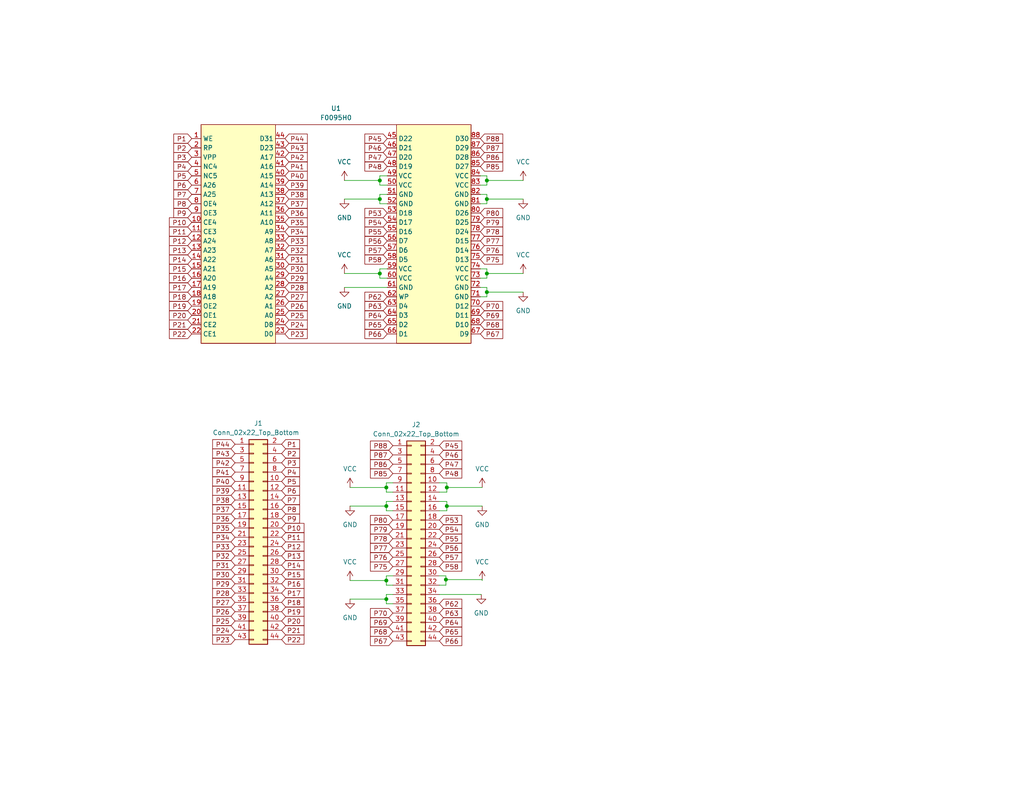
<source format=kicad_sch>
(kicad_sch (version 20230121) (generator eeschema)
  (paper "USLetter")
  (title_block (title "NeoGeo 161in1 Daughterboard") (date "${REV}") (rev "${REV}"))
  (lib_symbols
    (symbol "Connector_Generic:Conn_02x22_Odd_Even" (pin_names (offset 1.016) hide)
      (property "Reference" "J" (at 1.27 27.94 0))
      (property "Value" "Conn_02x22_Odd_Even" (at 1.27 -30.48 0))
      (symbol "Conn_02x22_Odd_Even_1_1"
        (rectangle (start -1.27 -27.813) (end 0 -28.067) (stroke (width 0.1524)))
        (rectangle (start -1.27 -25.273) (end 0 -25.527) (stroke (width 0.1524)))
        (rectangle (start -1.27 -22.733) (end 0 -22.987) (stroke (width 0.1524)))
        (rectangle (start -1.27 -20.193) (end 0 -20.447) (stroke (width 0.1524)))
        (rectangle (start -1.27 -17.653) (end 0 -17.907) (stroke (width 0.1524)))
        (rectangle (start -1.27 -15.113) (end 0 -15.367) (stroke (width 0.1524)))
        (rectangle (start -1.27 -12.573) (end 0 -12.827) (stroke (width 0.1524)))
        (rectangle (start -1.27 -10.033) (end 0 -10.287) (stroke (width 0.1524)))
        (rectangle (start -1.27 -7.493) (end 0 -7.747) (stroke (width 0.1524)))
        (rectangle (start -1.27 -4.953) (end 0 -5.207) (stroke (width 0.1524)))
        (rectangle (start -1.27 -2.413) (end 0 -2.667) (stroke (width 0.1524)))
        (rectangle (start -1.27 0.127) (end 0 -0.127) (stroke (width 0.1524)))
        (rectangle (start -1.27 2.667) (end 0 2.413) (stroke (width 0.1524)))
        (rectangle (start -1.27 5.207) (end 0 4.953) (stroke (width 0.1524)))
        (rectangle (start -1.27 7.747) (end 0 7.493) (stroke (width 0.1524)))
        (rectangle (start -1.27 10.287) (end 0 10.033) (stroke (width 0.1524)))
        (rectangle (start -1.27 12.827) (end 0 12.573) (stroke (width 0.1524)))
        (rectangle (start -1.27 15.367) (end 0 15.113) (stroke (width 0.1524)))
        (rectangle (start -1.27 17.907) (end 0 17.653) (stroke (width 0.1524)))
        (rectangle (start -1.27 20.447) (end 0 20.193) (stroke (width 0.1524)))
        (rectangle (start -1.27 22.987) (end 0 22.733) (stroke (width 0.1524)))
        (rectangle (start -1.27 25.527) (end 0 25.273) (stroke (width 0.1524)))
        (rectangle (start -1.27 26.67) (end 3.81 -29.21) (stroke (width 0.254)) (fill (type background)))
        (rectangle (start 3.81 -27.813) (end 2.54 -28.067) (stroke (width 0.1524)))
        (rectangle (start 3.81 -25.273) (end 2.54 -25.527) (stroke (width 0.1524)))
        (rectangle (start 3.81 -22.733) (end 2.54 -22.987) (stroke (width 0.1524)))
        (rectangle (start 3.81 -20.193) (end 2.54 -20.447) (stroke (width 0.1524)))
        (rectangle (start 3.81 -17.653) (end 2.54 -17.907) (stroke (width 0.1524)))
        (rectangle (start 3.81 -15.113) (end 2.54 -15.367) (stroke (width 0.1524)))
        (rectangle (start 3.81 -12.573) (end 2.54 -12.827) (stroke (width 0.1524)))
        (rectangle (start 3.81 -10.033) (end 2.54 -10.287) (stroke (width 0.1524)))
        (rectangle (start 3.81 -7.493) (end 2.54 -7.747) (stroke (width 0.1524)))
        (rectangle (start 3.81 -4.953) (end 2.54 -5.207) (stroke (width 0.1524)))
        (rectangle (start 3.81 -2.413) (end 2.54 -2.667) (stroke (width 0.1524)))
        (rectangle (start 3.81 0.127) (end 2.54 -0.127) (stroke (width 0.1524)))
        (rectangle (start 3.81 2.667) (end 2.54 2.413) (stroke (width 0.1524)))
        (rectangle (start 3.81 5.207) (end 2.54 4.953) (stroke (width 0.1524)))
        (rectangle (start 3.81 7.747) (end 2.54 7.493) (stroke (width 0.1524)))
        (rectangle (start 3.81 10.287) (end 2.54 10.033) (stroke (width 0.1524)))
        (rectangle (start 3.81 12.827) (end 2.54 12.573) (stroke (width 0.1524)))
        (rectangle (start 3.81 15.367) (end 2.54 15.113) (stroke (width 0.1524)))
        (rectangle (start 3.81 17.907) (end 2.54 17.653) (stroke (width 0.1524)))
        (rectangle (start 3.81 20.447) (end 2.54 20.193) (stroke (width 0.1524)))
        (rectangle (start 3.81 22.987) (end 2.54 22.733) (stroke (width 0.1524)))
        (rectangle (start 3.81 25.527) (end 2.54 25.273) (stroke (width 0.1524)))
        (pin passive line (at -5.08 25.4 0) (length 3.81) (name "Pin_1") (number "1"))
        (pin passive line (at 7.62 15.24 180) (length 3.81) (name "Pin_10") (number "10"))
        (pin passive line (at -5.08 12.7 0) (length 3.81) (name "Pin_11") (number "11"))
        (pin passive line (at 7.62 12.7 180) (length 3.81) (name "Pin_12") (number "12"))
        (pin passive line (at -5.08 10.16 0) (length 3.81) (name "Pin_13") (number "13"))
        (pin passive line (at 7.62 10.16 180) (length 3.81) (name "Pin_14") (number "14"))
        (pin passive line (at -5.08 7.62 0) (length 3.81) (name "Pin_15") (number "15"))
        (pin passive line (at 7.62 7.62 180) (length 3.81) (name "Pin_16") (number "16"))
        (pin passive line (at -5.08 5.08 0) (length 3.81) (name "Pin_17") (number "17"))
        (pin passive line (at 7.62 5.08 180) (length 3.81) (name "Pin_18") (number "18"))
        (pin passive line (at -5.08 2.54 0) (length 3.81) (name "Pin_19") (number "19"))
        (pin passive line (at 7.62 25.4 180) (length 3.81) (name "Pin_2") (number "2"))
        (pin passive line (at 7.62 2.54 180) (length 3.81) (name "Pin_20") (number "20"))
        (pin passive line (at -5.08 0 0) (length 3.81) (name "Pin_21") (number "21"))
        (pin passive line (at 7.62 0 180) (length 3.81) (name "Pin_22") (number "22"))
        (pin passive line (at -5.08 -2.54 0) (length 3.81) (name "Pin_23") (number "23"))
        (pin passive line (at 7.62 -2.54 180) (length 3.81) (name "Pin_24") (number "24"))
        (pin passive line (at -5.08 -5.08 0) (length 3.81) (name "Pin_25") (number "25"))
        (pin passive line (at 7.62 -5.08 180) (length 3.81) (name "Pin_26") (number "26"))
        (pin passive line (at -5.08 -7.62 0) (length 3.81) (name "Pin_27") (number "27"))
        (pin passive line (at 7.62 -7.62 180) (length 3.81) (name "Pin_28") (number "28"))
        (pin passive line (at -5.08 -10.16 0) (length 3.81) (name "Pin_29") (number "29"))
        (pin passive line (at -5.08 22.86 0) (length 3.81) (name "Pin_3") (number "3"))
        (pin passive line (at 7.62 -10.16 180) (length 3.81) (name "Pin_30") (number "30"))
        (pin passive line (at -5.08 -12.7 0) (length 3.81) (name "Pin_31") (number "31"))
        (pin passive line (at 7.62 -12.7 180) (length 3.81) (name "Pin_32") (number "32"))
        (pin passive line (at -5.08 -15.24 0) (length 3.81) (name "Pin_33") (number "33"))
        (pin passive line (at 7.62 -15.24 180) (length 3.81) (name "Pin_34") (number "34"))
        (pin passive line (at -5.08 -17.78 0) (length 3.81) (name "Pin_35") (number "35"))
        (pin passive line (at 7.62 -17.78 180) (length 3.81) (name "Pin_36") (number "36"))
        (pin passive line (at -5.08 -20.32 0) (length 3.81) (name "Pin_37") (number "37"))
        (pin passive line (at 7.62 -20.32 180) (length 3.81) (name "Pin_38") (number "38"))
        (pin passive line (at -5.08 -22.86 0) (length 3.81) (name "Pin_39") (number "39"))
        (pin passive line (at 7.62 22.86 180) (length 3.81) (name "Pin_4") (number "4"))
        (pin passive line (at 7.62 -22.86 180) (length 3.81) (name "Pin_40") (number "40"))
        (pin passive line (at -5.08 -25.4 0) (length 3.81) (name "Pin_41") (number "41"))
        (pin passive line (at 7.62 -25.4 180) (length 3.81) (name "Pin_42") (number "42"))
        (pin passive line (at -5.08 -27.94 0) (length 3.81) (name "Pin_43") (number "43"))
        (pin passive line (at 7.62 -27.94 180) (length 3.81) (name "Pin_44") (number "44"))
        (pin passive line (at -5.08 20.32 0) (length 3.81) (name "Pin_5") (number "5"))
        (pin passive line (at 7.62 20.32 180) (length 3.81) (name "Pin_6") (number "6"))
        (pin passive line (at -5.08 17.78 0) (length 3.81) (name "Pin_7") (number "7"))
        (pin passive line (at 7.62 17.78 180) (length 3.81) (name "Pin_8") (number "8"))
        (pin passive line (at -5.08 15.24 0) (length 3.81) (name "Pin_9") (number "9"))
      )
    )
    (symbol "neogeo-161in1-daughterboard:F0095H0"
      (property "Reference" "U" (at 0 34.29 0))
      (property "Value" "F0095H0" (at 0 31.75 0))
      (symbol "F0095H0_0_0"
        (pin input line (at -39.37 26.67 0) (length 2.54) (name "WE") (number "1"))
        (pin input line (at -39.37 3.81 0) (length 2.54) (name "CE4") (number "10"))
        (pin input line (at -39.37 1.27 0) (length 2.54) (name "CE3") (number "11"))
        (pin input line (at -39.37 -1.27 0) (length 2.54) (name "A24") (number "12"))
        (pin input line (at -39.37 -3.81 0) (length 2.54) (name "A23") (number "13"))
        (pin input line (at -39.37 -6.35 0) (length 2.54) (name "A22") (number "14"))
        (pin input line (at -39.37 -8.89 0) (length 2.54) (name "A21") (number "15"))
        (pin input line (at -39.37 -11.43 0) (length 2.54) (name "A20") (number "16"))
        (pin input line (at -39.37 -13.97 0) (length 2.54) (name "A19") (number "17"))
        (pin input line (at -39.37 -16.51 0) (length 2.54) (name "A18") (number "18"))
        (pin input line (at -39.37 -19.05 0) (length 2.54) (name "OE2") (number "19"))
        (pin input line (at -39.37 24.13 0) (length 2.54) (name "RP") (number "2"))
        (pin input line (at -39.37 -21.59 0) (length 2.54) (name "OE1") (number "20"))
        (pin input line (at -39.37 -24.13 0) (length 2.54) (name "CE2") (number "21"))
        (pin input line (at -39.37 -26.67 0) (length 2.54) (name "CE1") (number "22"))
        (pin input line (at -13.97 -26.67 180) (length 2.54) (name "D0") (number "23"))
        (pin input line (at -13.97 -24.13 180) (length 2.54) (name "D8") (number "24"))
        (pin input line (at -13.97 -21.59 180) (length 2.54) (name "A0") (number "25"))
        (pin input line (at -13.97 -19.05 180) (length 2.54) (name "A1") (number "26"))
        (pin input line (at -13.97 -16.51 180) (length 2.54) (name "A2") (number "27"))
        (pin input line (at -13.97 -13.97 180) (length 2.54) (name "A2") (number "28"))
        (pin input line (at -13.97 -11.43 180) (length 2.54) (name "A4") (number "29"))
        (pin input line (at -39.37 21.59 0) (length 2.54) (name "VPP") (number "3"))
        (pin input line (at -13.97 -8.89 180) (length 2.54) (name "A5") (number "30"))
        (pin input line (at -13.97 -6.35 180) (length 2.54) (name "A6") (number "31"))
        (pin input line (at -13.97 -3.81 180) (length 2.54) (name "A7") (number "32"))
        (pin input line (at -13.97 -1.27 180) (length 2.54) (name "A8") (number "33"))
        (pin input line (at -13.97 1.27 180) (length 2.54) (name "A9") (number "34"))
        (pin input line (at -13.97 3.81 180) (length 2.54) (name "A10") (number "35"))
        (pin input line (at -13.97 6.35 180) (length 2.54) (name "A11") (number "36"))
        (pin input line (at -13.97 8.89 180) (length 2.54) (name "A12") (number "37"))
        (pin input line (at -13.97 11.43 180) (length 2.54) (name "A13") (number "38"))
        (pin input line (at -13.97 13.97 180) (length 2.54) (name "A14") (number "39"))
        (pin input line (at -13.97 16.51 180) (length 2.54) (name "A15") (number "40"))
        (pin input line (at -13.97 19.05 180) (length 2.54) (name "A16") (number "41"))
        (pin input line (at -13.97 21.59 180) (length 2.54) (name "A17") (number "42"))
        (pin bidirectional line (at -13.97 24.13 180) (length 2.54) (name "D23") (number "43"))
        (pin bidirectional line (at -13.97 26.67 180) (length 2.54) (name "D31") (number "44"))
        (pin bidirectional line (at 13.97 26.67 0) (length 2.54) (name "D22") (number "45"))
        (pin bidirectional line (at 13.97 24.13 0) (length 2.54) (name "D21") (number "46"))
        (pin bidirectional line (at 13.97 21.59 0) (length 2.54) (name "D20") (number "47"))
        (pin bidirectional line (at 13.97 19.05 0) (length 2.54) (name "D19") (number "48"))
        (pin power_in line (at 13.97 16.51 0) (length 2.54) (name "VCC") (number "49"))
        (pin power_in line (at 13.97 13.97 0) (length 2.54) (name "VCC") (number "50"))
        (pin power_in line (at 13.97 11.43 0) (length 2.54) (name "GND") (number "51"))
        (pin power_in line (at 13.97 8.89 0) (length 2.54) (name "GND") (number "52"))
        (pin bidirectional line (at 13.97 6.35 0) (length 2.54) (name "D18") (number "53"))
        (pin bidirectional line (at 13.97 3.81 0) (length 2.54) (name "D17") (number "54"))
        (pin bidirectional line (at 13.97 1.27 0) (length 2.54) (name "D16") (number "55"))
        (pin bidirectional line (at 13.97 -1.27 0) (length 2.54) (name "D7") (number "56"))
        (pin bidirectional line (at 13.97 -3.81 0) (length 2.54) (name "D6") (number "57"))
        (pin bidirectional line (at 13.97 -6.35 0) (length 2.54) (name "D5") (number "58"))
        (pin power_in line (at 13.97 -8.89 0) (length 2.54) (name "VCC") (number "59"))
        (pin input line (at -39.37 13.97 0) (length 2.54) (name "A26") (number "6"))
        (pin power_in line (at 13.97 -11.43 0) (length 2.54) (name "VCC") (number "60"))
        (pin power_in line (at 13.97 -13.97 0) (length 2.54) (name "GND") (number "61"))
        (pin input line (at 13.97 -16.51 0) (length 2.54) (name "WP") (number "62"))
        (pin bidirectional line (at 13.97 -19.05 0) (length 2.54) (name "D4") (number "63"))
        (pin bidirectional line (at 13.97 -21.59 0) (length 2.54) (name "D3") (number "64"))
        (pin bidirectional line (at 13.97 -24.13 0) (length 2.54) (name "D2") (number "65"))
        (pin bidirectional line (at 13.97 -26.67 0) (length 2.54) (name "D1") (number "66"))
        (pin bidirectional line (at 39.37 -26.67 180) (length 2.54) (name "D9") (number "67"))
        (pin bidirectional line (at 39.37 -24.13 180) (length 2.54) (name "D10") (number "68"))
        (pin bidirectional line (at 39.37 -21.59 180) (length 2.54) (name "D11") (number "69"))
        (pin input line (at -39.37 11.43 0) (length 2.54) (name "A25") (number "7"))
        (pin bidirectional line (at 39.37 -19.05 180) (length 2.54) (name "D12") (number "70"))
        (pin power_in line (at 39.37 -16.51 180) (length 2.54) (name "GND") (number "71"))
        (pin power_in line (at 39.37 -13.97 180) (length 2.54) (name "GND") (number "72"))
        (pin power_in line (at 39.37 -11.43 180) (length 2.54) (name "VCC") (number "73"))
        (pin power_in line (at 39.37 -8.89 180) (length 2.54) (name "VCC") (number "74"))
        (pin bidirectional line (at 39.37 -6.35 180) (length 2.54) (name "D13") (number "75"))
        (pin bidirectional line (at 39.37 -3.81 180) (length 2.54) (name "D14") (number "76"))
        (pin bidirectional line (at 39.37 -1.27 180) (length 2.54) (name "D15") (number "77"))
        (pin bidirectional line (at 39.37 1.27 180) (length 2.54) (name "D24") (number "78"))
        (pin bidirectional line (at 39.37 3.81 180) (length 2.54) (name "D25") (number "79"))
        (pin input line (at -39.37 8.89 0) (length 2.54) (name "OE4") (number "8"))
        (pin bidirectional line (at 39.37 6.35 180) (length 2.54) (name "D26") (number "80"))
        (pin power_in line (at 39.37 8.89 180) (length 2.54) (name "GND") (number "81"))
        (pin power_in line (at 39.37 11.43 180) (length 2.54) (name "GND") (number "82"))
        (pin power_in line (at 39.37 13.97 180) (length 2.54) (name "VCC") (number "83"))
        (pin power_in line (at 39.37 16.51 180) (length 2.54) (name "VCC") (number "84"))
        (pin bidirectional line (at 39.37 19.05 180) (length 2.54) (name "D27") (number "85"))
        (pin bidirectional line (at 39.37 21.59 180) (length 2.54) (name "D28") (number "86"))
        (pin bidirectional line (at 39.37 24.13 180) (length 2.54) (name "D29") (number "87"))
        (pin bidirectional line (at 39.37 26.67 180) (length 2.54) (name "D30") (number "88"))
        (pin input line (at -39.37 6.35 0) (length 2.54) (name "OE3") (number "9"))
      )
      (symbol "F0095H0_1_0"
        (pin passive line (at -39.37 19.05 0) (length 2.54) (name "NC4") (number "4"))
        (pin passive line (at -39.37 16.51 0) (length 2.54) (name "NC5") (number "5"))
      )
      (symbol "F0095H0_1_1"
        (rectangle (start -36.83 30.48) (end -16.51 -29.21) (fill (type background)))
        (rectangle (start -36.83 30.48) (end 36.83 -29.21))
        (rectangle (start 16.51 30.48) (end 36.83 -29.21) (fill (type background)))
      )
    )
    (symbol "power:GND" (power) (pin_names (offset 0))
      (property "Value" "GND" (at 0 -3.81 0))
      (symbol "GND_0_1"
        (polyline (pts (xy 0 0) (xy 0 -1.27) (xy 1.27 -1.27) (xy 0 -2.54) (xy -1.27 -1.27) (xy 0 -1.27)))
      )
      (symbol "GND_1_1"
        (pin power_in line (at 0 0 270) (length 0) hide (name "GND") (number "1"))
      )
    )
    (symbol "power:VCC" (power) (pin_names (offset 0))
      (property "Value" "VCC" (at 0 3.81 0))
      (symbol "VCC_0_1"
        (polyline (pts (xy -0.762 1.27) (xy 0 2.54)))
        (polyline (pts (xy 0 0) (xy 0 2.54)))
        (polyline (pts (xy 0 2.54) (xy 0.762 1.27)))
      )
      (symbol "VCC_1_1"
        (pin power_in line (at 0 0 90) (length 0) hide (name "VCC") (number "1"))
      )
    )
  )
  (junction (at 105.41 158.496))
  (junction (at 121.92 133.096))
  (junction (at 105.41 163.576))
  (junction (at 105.41 138.176))
  (junction (at 103.632 74.676))
  (junction (at 132.842 74.676))
  (junction (at 132.842 49.276))
  (junction (at 121.666 158.242))
  (junction (at 132.842 79.756))
  (junction (at 121.92 138.176))
  (junction (at 103.632 54.356))
  (junction (at 105.41 133.096))
  (junction (at 132.842 54.356))
  (junction (at 103.632 49.276))
  (wire (pts (xy 132.842 75.946) (xy 131.064 75.946)))
  (wire (pts (xy 121.92 136.906) (xy 119.888 136.906)))
  (wire (pts (xy 103.632 53.086) (xy 105.664 53.086)))
  (wire (pts (xy 105.41 157.226) (xy 107.188 157.226)))
  (wire (pts (xy 142.748 54.356) (xy 132.842 54.356)))
  (wire (pts (xy 132.842 74.676) (xy 132.842 75.946)))
  (wire (pts (xy 105.41 157.226) (xy 105.41 158.496)))
  (wire (pts (xy 103.632 73.406) (xy 103.632 74.676)))
  (wire (pts (xy 132.842 55.626) (xy 131.064 55.626)))
  (wire (pts (xy 95.504 138.176) (xy 105.41 138.176)))
  (wire (pts (xy 132.842 49.276) (xy 132.842 50.546)))
  (wire (pts (xy 105.41 159.766) (xy 107.188 159.766)))
  (wire (pts (xy 121.666 157.226) (xy 121.666 158.242)))
  (wire (pts (xy 132.842 53.086) (xy 132.842 54.356)))
  (wire (pts (xy 103.632 75.946) (xy 105.664 75.946)))
  (wire (pts (xy 121.666 158.242) (xy 121.666 159.766)))
  (wire (pts (xy 103.632 49.276) (xy 103.632 50.546)))
  (wire (pts (xy 103.632 55.626) (xy 105.664 55.626)))
  (wire (pts (xy 121.92 138.176) (xy 121.92 139.446)))
  (wire (pts (xy 105.41 131.826) (xy 105.41 133.096)))
  (wire (pts (xy 131.318 162.306) (xy 119.888 162.306)))
  (wire (pts (xy 121.92 133.096) (xy 121.92 134.366)))
  (wire (pts (xy 103.632 54.356) (xy 103.632 55.626)))
  (wire (pts (xy 121.92 131.826) (xy 119.888 131.826)))
  (wire (pts (xy 132.842 73.406) (xy 131.064 73.406)))
  (wire (pts (xy 95.504 158.496) (xy 105.41 158.496)))
  (wire (pts (xy 121.92 131.826) (xy 121.92 133.096)))
  (wire (pts (xy 121.666 157.226) (xy 119.888 157.226)))
  (wire (pts (xy 95.504 163.576) (xy 105.41 163.576)))
  (wire (pts (xy 105.41 164.846) (xy 107.188 164.846)))
  (wire (pts (xy 132.842 53.086) (xy 131.064 53.086)))
  (wire (pts (xy 121.92 136.906) (xy 121.92 138.176)))
  (wire (pts (xy 105.41 139.446) (xy 107.188 139.446)))
  (wire (pts (xy 103.632 48.006) (xy 105.664 48.006)))
  (wire (pts (xy 132.842 79.756) (xy 132.842 81.026)))
  (wire (pts (xy 105.41 134.366) (xy 107.188 134.366)))
  (wire (pts (xy 132.842 50.546) (xy 131.064 50.546)))
  (wire (pts (xy 132.842 78.486) (xy 132.842 79.756)))
  (wire (pts (xy 131.572 133.096) (xy 121.92 133.096)))
  (wire (pts (xy 121.92 134.366) (xy 119.888 134.366)))
  (wire (pts (xy 132.842 48.006) (xy 131.064 48.006)))
  (wire (pts (xy 93.98 74.676) (xy 103.632 74.676)))
  (wire (pts (xy 132.842 54.356) (xy 132.842 55.626)))
  (wire (pts (xy 142.748 74.676) (xy 132.842 74.676)))
  (wire (pts (xy 103.632 50.546) (xy 105.664 50.546)))
  (wire (pts (xy 93.98 54.356) (xy 103.632 54.356)))
  (wire (pts (xy 132.842 78.486) (xy 131.064 78.486)))
  (wire (pts (xy 105.41 133.096) (xy 105.41 134.366)))
  (wire (pts (xy 93.98 49.276) (xy 103.632 49.276)))
  (wire (pts (xy 131.572 158.242) (xy 131.572 158.496)))
  (wire (pts (xy 103.632 53.086) (xy 103.632 54.356)))
  (wire (pts (xy 105.41 136.906) (xy 107.188 136.906)))
  (wire (pts (xy 121.92 139.446) (xy 119.888 139.446)))
  (wire (pts (xy 131.572 138.176) (xy 121.92 138.176)))
  (wire (pts (xy 105.41 131.826) (xy 107.188 131.826)))
  (wire (pts (xy 105.41 163.576) (xy 105.41 164.846)))
  (wire (pts (xy 93.98 78.486) (xy 105.664 78.486)))
  (wire (pts (xy 105.41 162.306) (xy 107.188 162.306)))
  (wire (pts (xy 132.842 81.026) (xy 131.064 81.026)))
  (wire (pts (xy 131.572 158.242) (xy 121.666 158.242)))
  (wire (pts (xy 132.842 48.006) (xy 132.842 49.276)))
  (wire (pts (xy 142.748 79.756) (xy 132.842 79.756)))
  (wire (pts (xy 105.41 158.496) (xy 105.41 159.766)))
  (wire (pts (xy 132.842 73.406) (xy 132.842 74.676)))
  (wire (pts (xy 121.666 159.766) (xy 119.888 159.766)))
  (wire (pts (xy 105.41 138.176) (xy 105.41 139.446)))
  (wire (pts (xy 95.504 133.096) (xy 105.41 133.096)))
  (wire (pts (xy 142.748 49.276) (xy 132.842 49.276)))
  (wire (pts (xy 103.632 74.676) (xy 103.632 75.946)))
  (wire (pts (xy 103.632 73.406) (xy 105.664 73.406)))
  (wire (pts (xy 105.41 136.906) (xy 105.41 138.176)))
  (wire (pts (xy 105.41 162.306) (xy 105.41 163.576)))
  (wire (pts (xy 103.632 48.006) (xy 103.632 49.276)))
  (global_label "P86" (shape input) (at 107.188 126.746 180) (property "Intersheetrefs" "${INTERSHEET_REFS}" (effects hide)))
  (global_label "P5" (shape input) (at 52.324 48.006 180) (property "Intersheetrefs" "${INTERSHEET_REFS}" (effects hide)))
  (global_label "P7" (shape input) (at 76.835 136.525 0) (property "Intersheetrefs" "${INTERSHEET_REFS}" (effects hide)))
  (global_label "P2" (shape input) (at 52.324 40.386 180) (property "Intersheetrefs" "${INTERSHEET_REFS}" (effects hide)))
  (global_label "P24" (shape input) (at 64.135 172.085 180) (property "Intersheetrefs" "${INTERSHEET_REFS}" (effects hide)))
  (global_label "P10" (shape input) (at 76.835 144.145 0) (property "Intersheetrefs" "${INTERSHEET_REFS}" (effects hide)))
  (global_label "P87" (shape input) (at 107.188 124.206 180) (property "Intersheetrefs" "${INTERSHEET_REFS}" (effects hide)))
  (global_label "P4" (shape input) (at 52.324 45.466 180) (property "Intersheetrefs" "${INTERSHEET_REFS}" (effects hide)))
  (global_label "P8" (shape input) (at 76.835 139.065 0) (property "Intersheetrefs" "${INTERSHEET_REFS}" (effects hide)))
  (global_label "P39" (shape input) (at 77.724 50.546 0) (property "Intersheetrefs" "${INTERSHEET_REFS}" (effects hide)))
  (global_label "P6" (shape input) (at 76.835 133.985 0) (property "Intersheetrefs" "${INTERSHEET_REFS}" (effects hide)))
  (global_label "P23" (shape input) (at 64.135 174.625 180) (property "Intersheetrefs" "${INTERSHEET_REFS}" (effects hide)))
  (global_label "P87" (shape input) (at 131.064 40.386 0) (property "Intersheetrefs" "${INTERSHEET_REFS}" (effects hide)))
  (global_label "P10" (shape input) (at 52.324 60.706 180) (property "Intersheetrefs" "${INTERSHEET_REFS}" (effects hide)))
  (global_label "P85" (shape input) (at 131.064 45.466 0) (property "Intersheetrefs" "${INTERSHEET_REFS}" (effects hide)))
  (global_label "P88" (shape input) (at 107.188 121.666 180) (property "Intersheetrefs" "${INTERSHEET_REFS}" (effects hide)))
  (global_label "P45" (shape input) (at 119.888 121.666 0) (property "Intersheetrefs" "${INTERSHEET_REFS}" (effects hide)))
  (global_label "P31" (shape input) (at 64.135 154.305 180) (property "Intersheetrefs" "${INTERSHEET_REFS}" (effects hide)))
  (global_label "P56" (shape input) (at 105.664 65.786 180) (property "Intersheetrefs" "${INTERSHEET_REFS}" (effects hide)))
  (global_label "P24" (shape input) (at 77.724 88.646 0) (property "Intersheetrefs" "${INTERSHEET_REFS}" (effects hide)))
  (global_label "P53" (shape input) (at 105.664 58.166 180) (property "Intersheetrefs" "${INTERSHEET_REFS}" (effects hide)))
  (global_label "P62" (shape input) (at 105.664 81.026 180) (property "Intersheetrefs" "${INTERSHEET_REFS}" (effects hide)))
  (global_label "P16" (shape input) (at 52.324 75.946 180) (property "Intersheetrefs" "${INTERSHEET_REFS}" (effects hide)))
  (global_label "P58" (shape input) (at 105.664 70.866 180) (property "Intersheetrefs" "${INTERSHEET_REFS}" (effects hide)))
  (global_label "P40" (shape input) (at 64.135 131.445 180) (property "Intersheetrefs" "${INTERSHEET_REFS}" (effects hide)))
  (global_label "P28" (shape input) (at 64.135 161.925 180) (property "Intersheetrefs" "${INTERSHEET_REFS}" (effects hide)))
  (global_label "P34" (shape input) (at 64.135 146.685 180) (property "Intersheetrefs" "${INTERSHEET_REFS}" (effects hide)))
  (global_label "P54" (shape input) (at 105.664 60.706 180) (property "Intersheetrefs" "${INTERSHEET_REFS}" (effects hide)))
  (global_label "P18" (shape input) (at 76.835 164.465 0) (property "Intersheetrefs" "${INTERSHEET_REFS}" (effects hide)))
  (global_label "P17" (shape input) (at 76.835 161.925 0) (property "Intersheetrefs" "${INTERSHEET_REFS}" (effects hide)))
  (global_label "P47" (shape input) (at 105.664 42.926 180) (property "Intersheetrefs" "${INTERSHEET_REFS}" (effects hide)))
  (global_label "P53" (shape input) (at 119.888 141.986 0) (property "Intersheetrefs" "${INTERSHEET_REFS}" (effects hide)))
  (global_label "P68" (shape input) (at 107.188 172.466 180) (property "Intersheetrefs" "${INTERSHEET_REFS}" (effects hide)))
  (global_label "P64" (shape input) (at 119.888 169.926 0) (property "Intersheetrefs" "${INTERSHEET_REFS}" (effects hide)))
  (global_label "P9" (shape input) (at 52.324 58.166 180) (property "Intersheetrefs" "${INTERSHEET_REFS}" (effects hide)))
  (global_label "P41" (shape input) (at 64.135 128.905 180) (property "Intersheetrefs" "${INTERSHEET_REFS}" (effects hide)))
  (global_label "P40" (shape input) (at 77.724 48.006 0) (property "Intersheetrefs" "${INTERSHEET_REFS}" (effects hide)))
  (global_label "P77" (shape input) (at 131.064 65.786 0) (property "Intersheetrefs" "${INTERSHEET_REFS}" (effects hide)))
  (global_label "P55" (shape input) (at 119.888 147.066 0) (property "Intersheetrefs" "${INTERSHEET_REFS}" (effects hide)))
  (global_label "P11" (shape input) (at 76.835 146.685 0) (property "Intersheetrefs" "${INTERSHEET_REFS}" (effects hide)))
  (global_label "P68" (shape input) (at 131.064 88.646 0) (property "Intersheetrefs" "${INTERSHEET_REFS}" (effects hide)))
  (global_label "P16" (shape input) (at 76.835 159.385 0) (property "Intersheetrefs" "${INTERSHEET_REFS}" (effects hide)))
  (global_label "P80" (shape input) (at 107.188 141.986 180) (property "Intersheetrefs" "${INTERSHEET_REFS}" (effects hide)))
  (global_label "P23" (shape input) (at 77.724 91.186 0) (property "Intersheetrefs" "${INTERSHEET_REFS}" (effects hide)))
  (global_label "P38" (shape input) (at 64.135 136.525 180) (property "Intersheetrefs" "${INTERSHEET_REFS}" (effects hide)))
  (global_label "P20" (shape input) (at 76.835 169.545 0) (property "Intersheetrefs" "${INTERSHEET_REFS}" (effects hide)))
  (global_label "P85" (shape input) (at 107.188 129.286 180) (property "Intersheetrefs" "${INTERSHEET_REFS}" (effects hide)))
  (global_label "P33" (shape input) (at 77.724 65.786 0) (property "Intersheetrefs" "${INTERSHEET_REFS}" (effects hide)))
  (global_label "P79" (shape input) (at 131.064 60.706 0) (property "Intersheetrefs" "${INTERSHEET_REFS}" (effects hide)))
  (global_label "P64" (shape input) (at 105.664 86.106 180) (property "Intersheetrefs" "${INTERSHEET_REFS}" (effects hide)))
  (global_label "P3" (shape input) (at 76.835 126.365 0) (property "Intersheetrefs" "${INTERSHEET_REFS}" (effects hide)))
  (global_label "P17" (shape input) (at 52.324 78.486 180) (property "Intersheetrefs" "${INTERSHEET_REFS}" (effects hide)))
  (global_label "P66" (shape input) (at 119.888 175.006 0) (property "Intersheetrefs" "${INTERSHEET_REFS}" (effects hide)))
  (global_label "P26" (shape input) (at 77.724 83.566 0) (property "Intersheetrefs" "${INTERSHEET_REFS}" (effects hide)))
  (global_label "P63" (shape input) (at 119.888 167.386 0) (property "Intersheetrefs" "${INTERSHEET_REFS}" (effects hide)))
  (global_label "P29" (shape input) (at 64.135 159.385 180) (property "Intersheetrefs" "${INTERSHEET_REFS}" (effects hide)))
  (global_label "P22" (shape input) (at 52.324 91.186 180) (property "Intersheetrefs" "${INTERSHEET_REFS}" (effects hide)))
  (global_label "P76" (shape input) (at 107.188 152.146 180) (property "Intersheetrefs" "${INTERSHEET_REFS}" (effects hide)))
  (global_label "P79" (shape input) (at 107.188 144.526 180) (property "Intersheetrefs" "${INTERSHEET_REFS}" (effects hide)))
  (global_label "P21" (shape input) (at 76.835 172.085 0) (property "Intersheetrefs" "${INTERSHEET_REFS}" (effects hide)))
  (global_label "P1" (shape input) (at 76.835 121.285 0) (property "Intersheetrefs" "${INTERSHEET_REFS}" (effects hide)))
  (global_label "P13" (shape input) (at 76.835 151.765 0) (property "Intersheetrefs" "${INTERSHEET_REFS}" (effects hide)))
  (global_label "P57" (shape input) (at 105.664 68.326 180) (property "Intersheetrefs" "${INTERSHEET_REFS}" (effects hide)))
  (global_label "P77" (shape input) (at 107.188 149.606 180) (property "Intersheetrefs" "${INTERSHEET_REFS}" (effects hide)))
  (global_label "P35" (shape input) (at 64.135 144.145 180) (property "Intersheetrefs" "${INTERSHEET_REFS}" (effects hide)))
  (global_label "P19" (shape input) (at 52.324 83.566 180) (property "Intersheetrefs" "${INTERSHEET_REFS}" (effects hide)))
  (global_label "P88" (shape input) (at 131.064 37.846 0) (property "Intersheetrefs" "${INTERSHEET_REFS}" (effects hide)))
  (global_label "P12" (shape input) (at 52.324 65.786 180) (property "Intersheetrefs" "${INTERSHEET_REFS}" (effects hide)))
  (global_label "P29" (shape input) (at 77.724 75.946 0) (property "Intersheetrefs" "${INTERSHEET_REFS}" (effects hide)))
  (global_label "P28" (shape input) (at 77.724 78.486 0) (property "Intersheetrefs" "${INTERSHEET_REFS}" (effects hide)))
  (global_label "P30" (shape input) (at 64.135 156.845 180) (property "Intersheetrefs" "${INTERSHEET_REFS}" (effects hide)))
  (global_label "P32" (shape input) (at 64.135 151.765 180) (property "Intersheetrefs" "${INTERSHEET_REFS}" (effects hide)))
  (global_label "P70" (shape input) (at 107.188 167.386 180) (property "Intersheetrefs" "${INTERSHEET_REFS}" (effects hide)))
  (global_label "P5" (shape input) (at 76.835 131.445 0) (property "Intersheetrefs" "${INTERSHEET_REFS}" (effects hide)))
  (global_label "P43" (shape input) (at 77.724 40.386 0) (property "Intersheetrefs" "${INTERSHEET_REFS}" (effects hide)))
  (global_label "P15" (shape input) (at 76.835 156.845 0) (property "Intersheetrefs" "${INTERSHEET_REFS}" (effects hide)))
  (global_label "P45" (shape input) (at 105.664 37.846 180) (property "Intersheetrefs" "${INTERSHEET_REFS}" (effects hide)))
  (global_label "P4" (shape input) (at 76.835 128.905 0) (property "Intersheetrefs" "${INTERSHEET_REFS}" (effects hide)))
  (global_label "P35" (shape input) (at 77.724 60.706 0) (property "Intersheetrefs" "${INTERSHEET_REFS}" (effects hide)))
  (global_label "P63" (shape input) (at 105.664 83.566 180) (property "Intersheetrefs" "${INTERSHEET_REFS}" (effects hide)))
  (global_label "P44" (shape input) (at 77.724 37.846 0) (property "Intersheetrefs" "${INTERSHEET_REFS}" (effects hide)))
  (global_label "P69" (shape input) (at 107.188 169.926 180) (property "Intersheetrefs" "${INTERSHEET_REFS}" (effects hide)))
  (global_label "P78" (shape input) (at 107.188 147.066 180) (property "Intersheetrefs" "${INTERSHEET_REFS}" (effects hide)))
  (global_label "P25" (shape input) (at 77.724 86.106 0) (property "Intersheetrefs" "${INTERSHEET_REFS}" (effects hide)))
  (global_label "P41" (shape input) (at 77.724 45.466 0) (property "Intersheetrefs" "${INTERSHEET_REFS}" (effects hide)))
  (global_label "P25" (shape input) (at 64.135 169.545 180) (property "Intersheetrefs" "${INTERSHEET_REFS}" (effects hide)))
  (global_label "P46" (shape input) (at 105.664 40.386 180) (property "Intersheetrefs" "${INTERSHEET_REFS}" (effects hide)))
  (global_label "P69" (shape input) (at 131.064 86.106 0) (property "Intersheetrefs" "${INTERSHEET_REFS}" (effects hide)))
  (global_label "P67" (shape input) (at 107.188 175.006 180) (property "Intersheetrefs" "${INTERSHEET_REFS}" (effects hide)))
  (global_label "P56" (shape input) (at 119.888 149.606 0) (property "Intersheetrefs" "${INTERSHEET_REFS}" (effects hide)))
  (global_label "P8" (shape input) (at 52.324 55.626 180) (property "Intersheetrefs" "${INTERSHEET_REFS}" (effects hide)))
  (global_label "P75" (shape input) (at 107.188 154.686 180) (property "Intersheetrefs" "${INTERSHEET_REFS}" (effects hide)))
  (global_label "P65" (shape input) (at 105.664 88.646 180) (property "Intersheetrefs" "${INTERSHEET_REFS}" (effects hide)))
  (global_label "P21" (shape input) (at 52.324 88.646 180) (property "Intersheetrefs" "${INTERSHEET_REFS}" (effects hide)))
  (global_label "P11" (shape input) (at 52.324 63.246 180) (property "Intersheetrefs" "${INTERSHEET_REFS}" (effects hide)))
  (global_label "P34" (shape input) (at 77.724 63.246 0) (property "Intersheetrefs" "${INTERSHEET_REFS}" (effects hide)))
  (global_label "P80" (shape input) (at 131.064 58.166 0) (property "Intersheetrefs" "${INTERSHEET_REFS}" (effects hide)))
  (global_label "P20" (shape input) (at 52.324 86.106 180) (property "Intersheetrefs" "${INTERSHEET_REFS}" (effects hide)))
  (global_label "P13" (shape input) (at 52.324 68.326 180) (property "Intersheetrefs" "${INTERSHEET_REFS}" (effects hide)))
  (global_label "P44" (shape input) (at 64.135 121.285 180) (property "Intersheetrefs" "${INTERSHEET_REFS}" (effects hide)))
  (global_label "P67" (shape input) (at 131.064 91.186 0) (property "Intersheetrefs" "${INTERSHEET_REFS}" (effects hide)))
  (global_label "P22" (shape input) (at 76.835 174.625 0) (property "Intersheetrefs" "${INTERSHEET_REFS}" (effects hide)))
  (global_label "P76" (shape input) (at 131.064 68.326 0) (property "Intersheetrefs" "${INTERSHEET_REFS}" (effects hide)))
  (global_label "P9" (shape input) (at 76.835 141.605 0) (property "Intersheetrefs" "${INTERSHEET_REFS}" (effects hide)))
  (global_label "P48" (shape input) (at 105.664 45.466 180) (property "Intersheetrefs" "${INTERSHEET_REFS}" (effects hide)))
  (global_label "P66" (shape input) (at 105.664 91.186 180) (property "Intersheetrefs" "${INTERSHEET_REFS}" (effects hide)))
  (global_label "P42" (shape input) (at 77.724 42.926 0) (property "Intersheetrefs" "${INTERSHEET_REFS}" (effects hide)))
  (global_label "P75" (shape input) (at 131.064 70.866 0) (property "Intersheetrefs" "${INTERSHEET_REFS}" (effects hide)))
  (global_label "P36" (shape input) (at 77.724 58.166 0) (property "Intersheetrefs" "${INTERSHEET_REFS}" (effects hide)))
  (global_label "P62" (shape input) (at 119.888 164.846 0) (property "Intersheetrefs" "${INTERSHEET_REFS}" (effects hide)))
  (global_label "P27" (shape input) (at 77.724 81.026 0) (property "Intersheetrefs" "${INTERSHEET_REFS}" (effects hide)))
  (global_label "P3" (shape input) (at 52.324 42.926 180) (property "Intersheetrefs" "${INTERSHEET_REFS}" (effects hide)))
  (global_label "P30" (shape input) (at 77.724 73.406 0) (property "Intersheetrefs" "${INTERSHEET_REFS}" (effects hide)))
  (global_label "P36" (shape input) (at 64.135 141.605 180) (property "Intersheetrefs" "${INTERSHEET_REFS}" (effects hide)))
  (global_label "P38" (shape input) (at 77.724 53.086 0) (property "Intersheetrefs" "${INTERSHEET_REFS}" (effects hide)))
  (global_label "P70" (shape input) (at 131.064 83.566 0) (property "Intersheetrefs" "${INTERSHEET_REFS}" (effects hide)))
  (global_label "P14" (shape input) (at 76.835 154.305 0) (property "Intersheetrefs" "${INTERSHEET_REFS}" (effects hide)))
  (global_label "P1" (shape input) (at 52.324 37.846 180) (property "Intersheetrefs" "${INTERSHEET_REFS}" (effects hide)))
  (global_label "P55" (shape input) (at 105.664 63.246 180) (property "Intersheetrefs" "${INTERSHEET_REFS}" (effects hide)))
  (global_label "P42" (shape input) (at 64.135 126.365 180) (property "Intersheetrefs" "${INTERSHEET_REFS}" (effects hide)))
  (global_label "P2" (shape input) (at 76.835 123.825 0) (property "Intersheetrefs" "${INTERSHEET_REFS}" (effects hide)))
  (global_label "P58" (shape input) (at 119.888 154.686 0) (property "Intersheetrefs" "${INTERSHEET_REFS}" (effects hide)))
  (global_label "P78" (shape input) (at 131.064 63.246 0) (property "Intersheetrefs" "${INTERSHEET_REFS}" (effects hide)))
  (global_label "P31" (shape input) (at 77.724 70.866 0) (property "Intersheetrefs" "${INTERSHEET_REFS}" (effects hide)))
  (global_label "P57" (shape input) (at 119.888 152.146 0) (property "Intersheetrefs" "${INTERSHEET_REFS}" (effects hide)))
  (global_label "P6" (shape input) (at 52.324 50.546 180) (property "Intersheetrefs" "${INTERSHEET_REFS}" (effects hide)))
  (global_label "P12" (shape input) (at 76.835 149.225 0) (property "Intersheetrefs" "${INTERSHEET_REFS}" (effects hide)))
  (global_label "P43" (shape input) (at 64.135 123.825 180) (property "Intersheetrefs" "${INTERSHEET_REFS}" (effects hide)))
  (global_label "P46" (shape input) (at 119.888 124.206 0) (property "Intersheetrefs" "${INTERSHEET_REFS}" (effects hide)))
  (global_label "P14" (shape input) (at 52.324 70.866 180) (property "Intersheetrefs" "${INTERSHEET_REFS}" (effects hide)))
  (global_label "P47" (shape input) (at 119.888 126.746 0) (property "Intersheetrefs" "${INTERSHEET_REFS}" (effects hide)))
  (global_label "P65" (shape input) (at 119.888 172.466 0) (property "Intersheetrefs" "${INTERSHEET_REFS}" (effects hide)))
  (global_label "P19" (shape input) (at 76.835 167.005 0) (property "Intersheetrefs" "${INTERSHEET_REFS}" (effects hide)))
  (global_label "P37" (shape input) (at 77.724 55.626 0) (property "Intersheetrefs" "${INTERSHEET_REFS}" (effects hide)))
  (global_label "P32" (shape input) (at 77.724 68.326 0) (property "Intersheetrefs" "${INTERSHEET_REFS}" (effects hide)))
  (global_label "P37" (shape input) (at 64.135 139.065 180) (property "Intersheetrefs" "${INTERSHEET_REFS}" (effects hide)))
  (global_label "P54" (shape input) (at 119.888 144.526 0) (property "Intersheetrefs" "${INTERSHEET_REFS}" (effects hide)))
  (global_label "P18" (shape input) (at 52.324 81.026 180) (property "Intersheetrefs" "${INTERSHEET_REFS}" (effects hide)))
  (global_label "P86" (shape input) (at 131.064 42.926 0) (property "Intersheetrefs" "${INTERSHEET_REFS}" (effects hide)))
  (global_label "P7" (shape input) (at 52.324 53.086 180) (property "Intersheetrefs" "${INTERSHEET_REFS}" (effects hide)))
  (global_label "P15" (shape input) (at 52.324 73.406 180) (property "Intersheetrefs" "${INTERSHEET_REFS}" (effects hide)))
  (global_label "P33" (shape input) (at 64.135 149.225 180) (property "Intersheetrefs" "${INTERSHEET_REFS}" (effects hide)))
  (global_label "P48" (shape input) (at 119.888 129.286 0) (property "Intersheetrefs" "${INTERSHEET_REFS}" (effects hide)))
  (global_label "P27" (shape input) (at 64.135 164.465 180) (property "Intersheetrefs" "${INTERSHEET_REFS}" (effects hide)))
  (global_label "P39" (shape input) (at 64.135 133.985 180) (property "Intersheetrefs" "${INTERSHEET_REFS}" (effects hide)))
  (global_label "P26" (shape input) (at 64.135 167.005 180) (property "Intersheetrefs" "${INTERSHEET_REFS}" (effects hide)))
  (symbol (lib_id "power:GND") (at 95.504 163.576 0) (unit 1)
    (property "Reference" "#PWR01" (effects hide))
    (property "Value" "GND" (at 95.504 168.656 0))
  )
  (symbol (lib_id "power:VCC") (at 93.98 49.276 0) (unit 1)
    (property "Reference" "#PWR09" (effects hide))
    (property "Value" "VCC" (at 93.98 44.196 0))
  )
  (symbol (lib_id "power:VCC") (at 95.504 133.096 0) (unit 1)
    (property "Reference" "#PWR03" (effects hide))
    (property "Value" "VCC" (at 95.504 128.016 0))
  )
  (symbol (lib_id "neogeo-161in1-daughterboard:F0095H0") (at 91.694 64.516 0) (unit 1)
    (property "Reference" "U1" (at 91.694 29.591 0))
    (property "Value" "F0095H0" (at 91.694 32.131 0))
    (property "Footprint" "neogeo-161in1-daughterboard:F0095H0" (effects hide))
  )
  (symbol (lib_id "power:GND") (at 131.318 162.306 0) (mirror y) (unit 1)
    (property "Reference" "#PWR08" (effects hide))
    (property "Value" "GND" (at 131.318 167.386 0))
  )
  (symbol (lib_id "power:VCC") (at 93.98 74.676 0) (unit 1)
    (property "Reference" "#PWR011" (effects hide))
    (property "Value" "VCC" (at 93.98 69.596 0))
  )
  (symbol (lib_id "Connector_Generic:Conn_02x22_Odd_Even") (at 112.268 147.066 0) (unit 1)
    (property "Reference" "J2" (at 113.538 115.951 0))
    (property "Value" "Conn_02x22_Top_Bottom" (at 113.538 118.491 0))
    (property "Footprint" "Connector_PinHeader_1.27mm:PinHeader_2x22_P1.27mm_Vertical" (effects hide))
  )
  (symbol (lib_id "power:GND") (at 95.504 138.176 0) (unit 1)
    (property "Reference" "#PWR04" (effects hide))
    (property "Value" "GND" (at 95.504 143.256 0))
  )
  (symbol (lib_id "power:GND") (at 93.98 54.356 0) (unit 1)
    (property "Reference" "#PWR010" (effects hide))
    (property "Value" "GND" (at 93.98 59.436 0))
  )
  (symbol (lib_id "power:GND") (at 131.572 138.176 0) (mirror y) (unit 1)
    (property "Reference" "#PWR06" (effects hide))
    (property "Value" "GND" (at 131.572 143.256 0))
  )
  (symbol (lib_id "power:VCC") (at 95.504 158.496 0) (unit 1)
    (property "Reference" "#PWR02" (effects hide))
    (property "Value" "VCC" (at 95.504 153.416 0))
  )
  (symbol (lib_id "Connector_Generic:Conn_02x22_Odd_Even") (at 69.215 146.685 0) (unit 1)
    (property "Reference" "J1" (at 70.485 115.57 0))
    (property "Value" "Conn_02x22_Top_Bottom" (at 69.85 118.11 0))
    (property "Footprint" "Connector_PinHeader_1.27mm:PinHeader_2x22_P1.27mm_Vertical" (effects hide))
  )
  (symbol (lib_id "power:VCC") (at 131.572 158.496 0) (mirror y) (unit 1)
    (property "Reference" "#PWR07" (effects hide))
    (property "Value" "VCC" (at 131.572 153.416 0))
  )
  (symbol (lib_id "power:GND") (at 142.748 54.356 0) (mirror y) (unit 1)
    (property "Reference" "#PWR016" (effects hide))
    (property "Value" "GND" (at 142.748 59.436 0))
  )
  (symbol (lib_id "power:VCC") (at 131.572 133.096 0) (mirror y) (unit 1)
    (property "Reference" "#PWR05" (effects hide))
    (property "Value" "VCC" (at 131.572 128.016 0))
  )
  (symbol (lib_id "power:VCC") (at 142.748 49.276 0) (mirror y) (unit 1)
    (property "Reference" "#PWR015" (effects hide))
    (property "Value" "VCC" (at 142.748 44.196 0))
  )
  (symbol (lib_id "power:GND") (at 93.98 78.486 0) (unit 1)
    (property "Reference" "#PWR012" (effects hide))
    (property "Value" "GND" (at 93.98 83.566 0))
  )
  (symbol (lib_id "power:GND") (at 142.748 79.756 0) (mirror y) (unit 1)
    (property "Reference" "#PWR014" (effects hide))
    (property "Value" "GND" (at 142.748 84.836 0))
  )
  (symbol (lib_id "power:VCC") (at 142.748 74.676 0) (mirror y) (unit 1)
    (property "Reference" "#PWR013" (effects hide))
    (property "Value" "VCC" (at 142.748 69.596 0))
  )
)
</source>
